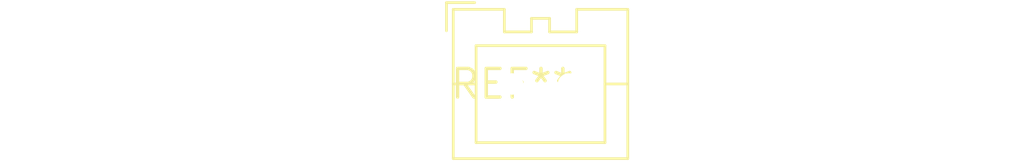
<source format=kicad_pcb>
(kicad_pcb (version 20240108) (generator pcbnew)
  (layers (0 "F.Cu" signal) (31 "B.Cu" signal) (34 "B.Paste" user) (35 "F.Paste" user) (36 "B.SilkS" user "B.Silkscreen") (37 "F.SilkS" user "F.Silkscreen") (38 "B.Mask" user) (39 "F.Mask" user) (44 "Edge.Cuts" user))
  (net 0 "")
  (footprint "JST_XA_B02B-XASK-1_1x02_P2.50mm_Vertical" (layer "F.Cu") (at 0 0)
    (property "Reference" "REF**")
    (property "Value" "JST_XA_B02B-XASK-1_1x02_P2.50mm_Vertical")
    (fp_line (start -2.91 -3.61) (end -2.91 -2.36) (layer "F.SilkS") (stroke (width 0.12)))
    (fp_line (start -2.61 -3.31) (end -2.61 3.31) (layer "F.SilkS") (stroke (width 0.12)))
    (fp_line (start -2.61 0) (end -1.6 0) (layer "F.SilkS") (stroke (width 0.12)))
    (fp_line (start -2.61 3.31) (end 5.11 3.31) (layer "F.SilkS") (stroke (width 0.12)))
    (fp_line (start -1.66 -3.61) (end -2.91 -3.61) (layer "F.SilkS") (stroke (width 0.12)))
    (fp_line (start -1.6 -1.7) (end -1.6 2.6) (layer "F.SilkS") (stroke (width 0.12)))
    (fp_line (start -1.6 2.6) (end 4.1 2.6) (layer "F.SilkS") (stroke (width 0.12)))
    (fp_line (start -0.35 -3.31) (end -2.61 -3.31) (layer "F.SilkS") (stroke (width 0.12)))
    (fp_line (start -0.35 -2.31) (end -0.35 -3.31) (layer "F.SilkS") (stroke (width 0.12)))
    (fp_line (start 0.85 -2.91) (end 0.85 -2.31) (layer "F.SilkS") (stroke (width 0.12)))
    (fp_line (start 0.85 -2.31) (end -0.35 -2.31) (layer "F.SilkS") (stroke (width 0.12)))
    (fp_line (start 1.65 -2.91) (end 0.85 -2.91) (layer "F.SilkS") (stroke (width 0.12)))
    (fp_line (start 1.65 -2.31) (end 1.65 -2.91) (layer "F.SilkS") (stroke (width 0.12)))
    (fp_line (start 2.85 -3.31) (end 2.85 -2.31) (layer "F.SilkS") (stroke (width 0.12)))
    (fp_line (start 2.85 -2.31) (end 1.65 -2.31) (layer "F.SilkS") (stroke (width 0.12)))
    (fp_line (start 4.1 -1.7) (end -1.6 -1.7) (layer "F.SilkS") (stroke (width 0.12)))
    (fp_line (start 4.1 2.6) (end 4.1 -1.7) (layer "F.SilkS") (stroke (width 0.12)))
    (fp_line (start 5.11 -3.31) (end 2.85 -3.31) (layer "F.SilkS") (stroke (width 0.12)))
    (fp_line (start 5.11 0) (end 4.1 0) (layer "F.SilkS") (stroke (width 0.12)))
    (fp_line (start 5.11 3.31) (end 5.11 -3.31) (layer "F.SilkS") (stroke (width 0.12)))
    (pad "1" thru_hole roundrect (at 0 0) (size 1.7 1.95) (drill 0.95) (layers *.Cu *.Mask) (remove_unused_layers) (roundrect_rratio 0.147059))
    (pad "2" thru_hole oval (at 2.5 0) (size 1.7 1.95) (drill 0.95) (layers *.Cu *.Mask) (remove_unused_layers))
  )
)
</source>
